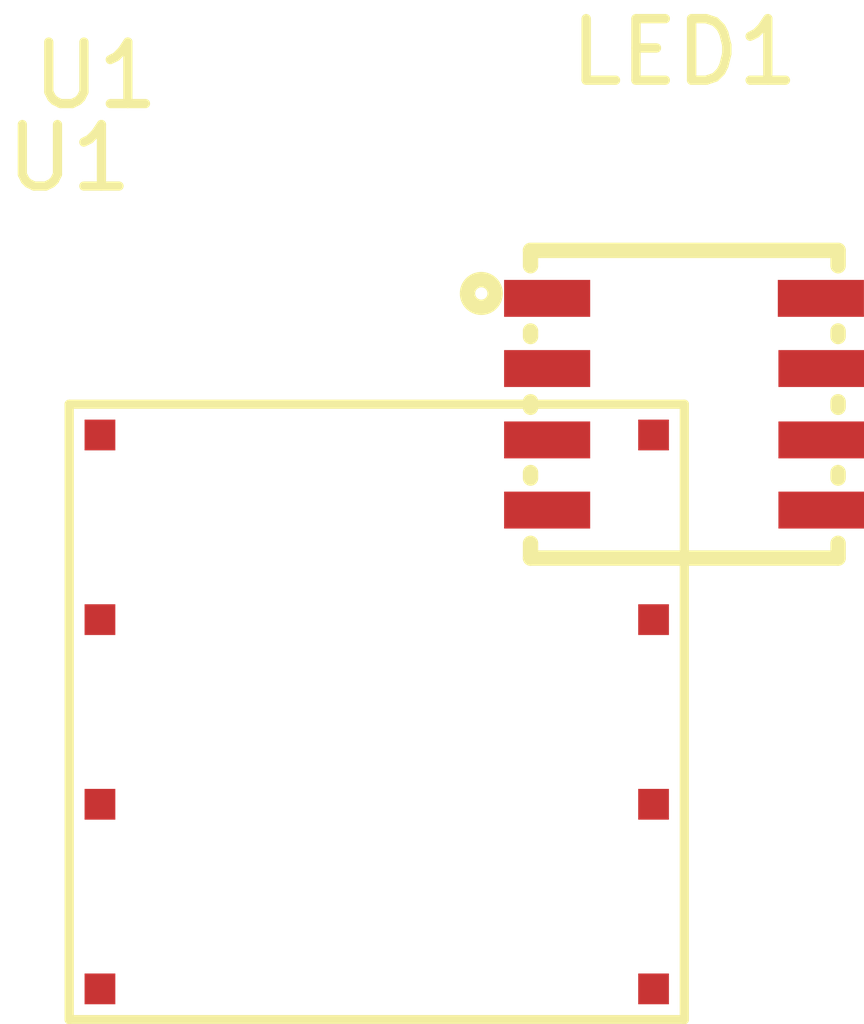
<source format=kicad_pcb>
(kicad_pcb (version 20241229) (generator "atopile") (generator_version "0.11.0")
  (layers (0 "F.Cu" signal) (31 "B.Cu" signal) (34 "B.Paste" user) (35 "F.Paste" user) (36 "B.SilkS" user "B.Silkscreen") (37 "F.SilkS" user "F.Silkscreen") (38 "B.Mask" user) (39 "F.Mask" user) (44 "Edge.Cuts" user))
  (net 0 "")
  (net 1 "cathode_blue")
  (net 2 "cathode_cold_white")
  (net 3 "cathode_green")
  (net 4 "cathode_red")
  (net 5 "cathode_uv")
  (net 6 "anode")
  (net 7 "cathode_ir")
  (net 8 "cathode_warm_white")
  (footprint "ATOPILE_PIXEL10:pixel10" (layer "F.Cu") (at 0 0 0)
    (property "Reference" "U1" (at 0.43 -5.34 0) (layer "F.SilkS") (hide no))
    (property "Value" "" (hide yes))
    (fp_line (start 0 0) (end 10 0) (stroke (width 0.15)) (layer "F.SilkS"))
    (fp_line (start 0 10) (end 10 10) (stroke (width 0.15)) (layer "F.SilkS"))
    (fp_line (start 0 0) (end 0 10) (stroke (width 0.15)) (layer "F.SilkS"))
    (fp_line (start 10 0) (end 10 10) (stroke (width 0.15)) (layer "F.SilkS"))
    (fp_text user "${REFERENCE}" (at 0 -4 0) (layer "F.SilkS"))
    (pad "1" smd rect (at 0.5 0.5 0) (size 0.5 0.5) (layers "F.Cu" "F.Mask" "F.Paste") (net 6 "anode"))
    (pad "2" smd rect (at 0.5 3.5 0) (size 0.5 0.5) (layers "F.Cu" "F.Mask" "F.Paste") (net 4 "cathode_red"))
    (pad "3" smd rect (at 0.5 6.5 0) (size 0.5 0.5) (layers "F.Cu" "F.Mask" "F.Paste") (net 3 "cathode_green"))
    (pad "4" smd rect (at 0.5 9.5 0) (size 0.5 0.5) (layers "F.Cu" "F.Mask" "F.Paste") (net 1 "cathode_blue"))
    (pad "5" smd rect (at 9.5 0.5 0) (size 0.5 0.5) (layers "F.Cu" "F.Mask" "F.Paste") (net 8 "cathode_warm_white"))
    (pad "6" smd rect (at 9.5 3.5 0) (size 0.5 0.5) (layers "F.Cu" "F.Mask" "F.Paste") (net 2 "cathode_cold_white"))
    (pad "7" smd rect (at 9.5 6.5 0) (size 0.5 0.5) (layers "F.Cu" "F.Mask" "F.Paste") (net 5 "cathode_uv"))
    (pad "8" smd rect (at 9.5 9.5 0) (size 0.5 0.5) (layers "F.Cu" "F.Mask" "F.Paste") (net 7 "cathode_ir"))
  )
  (footprint "TCWIN_TC5050RGBW4D06_4CJHR3_AFW421A:LED-SMD_8P-L5.0-W5.0-TL-FD" (layer "F.Cu") (at 10 0 0)
    (property "Reference" "LED1" (at 0 -5.72 0) (layer "F.SilkS") (hide no))
    (property "Value" "")
    (fp_line (start -2.5 0.05) (end -2.5 -0.04) (stroke (width 0.25)) (layer "F.SilkS"))
    (fp_line (start 2.5 1.11) (end 2.5 1.2) (stroke (width 0.25)) (layer "F.SilkS"))
    (fp_line (start 2.5 2.26) (end 2.5 2.5) (stroke (width 0.25)) (layer "F.SilkS"))
    (fp_line (start -2.5 -2.5) (end 2.5 -2.5) (stroke (width 0.25)) (layer "F.SilkS"))
    (fp_line (start -2.5 2.5) (end -2.5 2.26) (stroke (width 0.25)) (layer "F.SilkS"))
    (fp_line (start -2.5 -1.1) (end -2.5 -1.19) (stroke (width 0.25)) (layer "F.SilkS"))
    (fp_line (start 2.5 -1.19) (end 2.5 -1.1) (stroke (width 0.25)) (layer "F.SilkS"))
    (fp_line (start 2.5 -0.04) (end 2.5 0.05) (stroke (width 0.25)) (layer "F.SilkS"))
    (fp_line (start 2.5 -2.5) (end 2.5 -2.25) (stroke (width 0.25)) (layer "F.SilkS"))
    (fp_line (start -2.5 1.2) (end -2.5 1.11) (stroke (width 0.25)) (layer "F.SilkS"))
    (fp_line (start -2.5 -2.25) (end -2.5 -2.5) (stroke (width 0.25)) (layer "F.SilkS"))
    (fp_line (start 2.5 2.5) (end -2.5 2.5) (stroke (width 0.25)) (layer "F.SilkS"))
    (fp_circle (center -3.3 -1.8) (end -3.2 -1.8) (stroke (width 0.25)) (fill no) (layer "F.SilkS"))
    (fp_text user "${REFERENCE}" (at 0 -5.72 0) (layer "F.SilkS"))
    (pad "1" smd rect (at -2.23 -1.72 90) (size 0.6 1.4) (layers "F.Cu" "F.Mask" "F.Paste") (net 6 "anode"))
    (pad "2" smd rect (at -2.23 -0.58 90) (size 0.6 1.4) (layers "F.Cu" "F.Mask" "F.Paste") (net 6 "anode"))
    (pad "3" smd rect (at -2.23 0.58 90) (size 0.6 1.4) (layers "F.Cu" "F.Mask" "F.Paste") (net 6 "anode"))
    (pad "4" smd rect (at -2.23 1.72 90) (size 0.6 1.4) (layers "F.Cu" "F.Mask" "F.Paste") (net 6 "anode"))
    (pad "5" smd rect (at 2.23 1.72 90) (size 0.6 1.4) (layers "F.Cu" "F.Mask" "F.Paste") (net 2 "cathode_cold_white"))
    (pad "6" smd rect (at 2.23 0.58 90) (size 0.6 1.4) (layers "F.Cu" "F.Mask" "F.Paste") (net 1 "cathode_blue"))
    (pad "7" smd rect (at 2.23 -0.58 90) (size 0.6 1.4) (layers "F.Cu" "F.Mask" "F.Paste") (net 3 "cathode_green"))
    (pad "8" smd rect (at 2.22 -1.72 90) (size 0.6 1.4) (layers "F.Cu" "F.Mask" "F.Paste") (net 4 "cathode_red"))
  )
)
</source>
